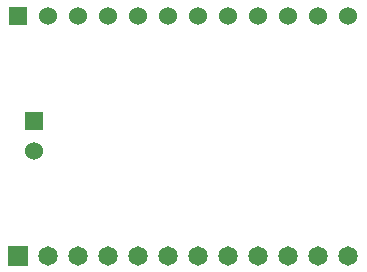
<source format=gbs>
G04 (created by PCBNEW (2013-01-21 BZR 3918)-testing) date Tue 22 Jan 2013 06:29:34 AM CET*
%MOIN*%
G04 Gerber Fmt 3.4, Leading zero omitted, Abs format*
%FSLAX34Y34*%
G01*
G70*
G90*
G04 APERTURE LIST*
%ADD10C,2.3622e-06*%
%ADD11R,0.06X0.06*%
%ADD12C,0.06*%
%ADD13R,0.065X0.065*%
%ADD14C,0.065*%
G04 APERTURE END LIST*
G54D10*
G54D11*
X56025Y-44500D03*
G54D12*
X56025Y-45500D03*
G54D13*
X55500Y-49000D03*
G54D14*
X56500Y-49000D03*
X57500Y-49000D03*
X58500Y-49000D03*
X59500Y-49000D03*
X60500Y-49000D03*
X61500Y-49000D03*
X62500Y-49000D03*
X63500Y-49000D03*
X64500Y-49000D03*
X65500Y-49000D03*
X66500Y-49000D03*
G54D11*
X55500Y-41000D03*
G54D12*
X56500Y-41000D03*
X57500Y-41000D03*
X58500Y-41000D03*
X59500Y-41000D03*
X60500Y-41000D03*
X61500Y-41000D03*
X62500Y-41000D03*
X63500Y-41000D03*
X64500Y-41000D03*
X65500Y-41000D03*
X66500Y-41000D03*
M02*

</source>
